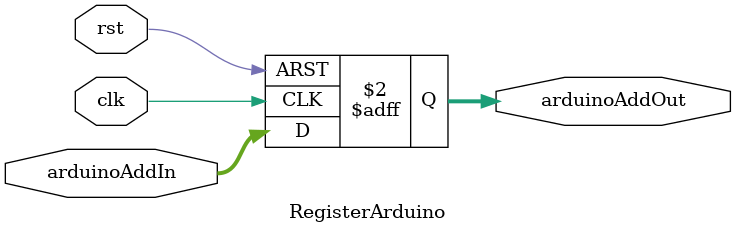
<source format=sv>


module RegisterArduino(input logic clk, rst, input logic [19:0] arduinoAddIn, 
 output logic [19:0] arduinoAddOut);

	logic [19:0] arduinoAddAux;
	always @(posedge clk or posedge rst) begin
    if (rst) begin
      // Reset: inicializar la variable en 0 cuando rst es alto
		arduinoAddOut <= 0;
    end else begin
      // Incrementar la variable en 1 en cada flanco de subida del reloj
      arduinoAddOut <= arduinoAddIn;
    end
  end
  
  //assign arduinoAddOut = arduinoAddAux;

endmodule

</source>
